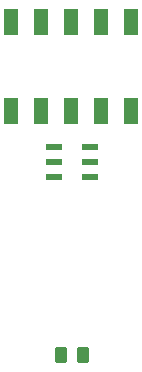
<source format=gtp>
G04 #@! TF.GenerationSoftware,KiCad,Pcbnew,(6.0.5)*
G04 #@! TF.CreationDate,2022-06-02T14:12:23-07:00*
G04 #@! TF.ProjectId,feederFloor,66656564-6572-4466-9c6f-6f722e6b6963,rev?*
G04 #@! TF.SameCoordinates,Original*
G04 #@! TF.FileFunction,Paste,Top*
G04 #@! TF.FilePolarity,Positive*
%FSLAX46Y46*%
G04 Gerber Fmt 4.6, Leading zero omitted, Abs format (unit mm)*
G04 Created by KiCad (PCBNEW (6.0.5)) date 2022-06-02 14:12:23*
%MOMM*%
%LPD*%
G01*
G04 APERTURE LIST*
G04 Aperture macros list*
%AMRoundRect*
0 Rectangle with rounded corners*
0 $1 Rounding radius*
0 $2 $3 $4 $5 $6 $7 $8 $9 X,Y pos of 4 corners*
0 Add a 4 corners polygon primitive as box body*
4,1,4,$2,$3,$4,$5,$6,$7,$8,$9,$2,$3,0*
0 Add four circle primitives for the rounded corners*
1,1,$1+$1,$2,$3*
1,1,$1+$1,$4,$5*
1,1,$1+$1,$6,$7*
1,1,$1+$1,$8,$9*
0 Add four rect primitives between the rounded corners*
20,1,$1+$1,$2,$3,$4,$5,0*
20,1,$1+$1,$4,$5,$6,$7,0*
20,1,$1+$1,$6,$7,$8,$9,0*
20,1,$1+$1,$8,$9,$2,$3,0*%
G04 Aperture macros list end*
%ADD10R,1.270000X2.250000*%
%ADD11RoundRect,0.250000X0.262500X0.450000X-0.262500X0.450000X-0.262500X-0.450000X0.262500X-0.450000X0*%
%ADD12R,1.330000X0.530000*%
G04 APERTURE END LIST*
D10*
X186650000Y-29100000D03*
X189190000Y-29100000D03*
X191730000Y-29100000D03*
X194270000Y-29100000D03*
X196810000Y-29100000D03*
X196810000Y-21550000D03*
X194270000Y-21550000D03*
X191730000Y-21550000D03*
X189190000Y-21543500D03*
X186650000Y-21543500D03*
D11*
X192742500Y-49740000D03*
X190917500Y-49740000D03*
D12*
X190265000Y-32130000D03*
X190265000Y-33400000D03*
X190265000Y-34670000D03*
X193315000Y-34670000D03*
X193315000Y-33400000D03*
X193315000Y-32130000D03*
M02*

</source>
